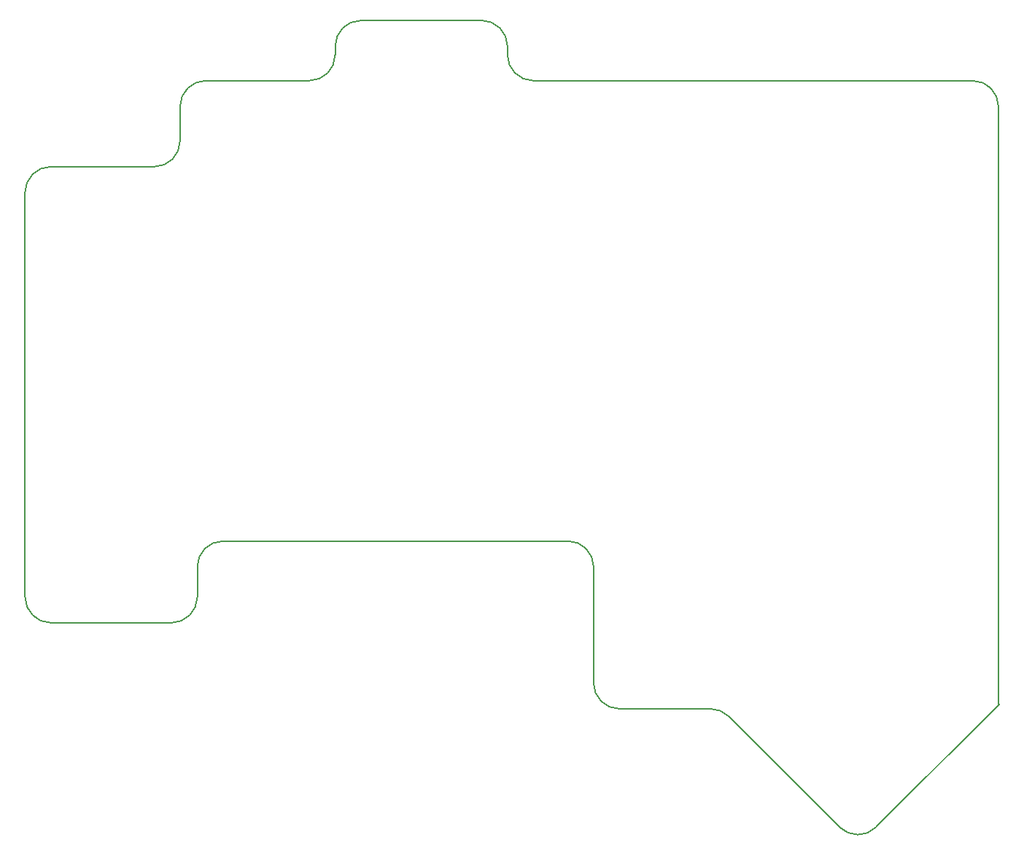
<source format=gbr>
%TF.GenerationSoftware,KiCad,Pcbnew,6.0.4*%
%TF.CreationDate,2022-04-03T20:08:53+02:00*%
%TF.ProjectId,lbd,6c62642e-6b69-4636-9164-5f7063625858,v1.0.0*%
%TF.SameCoordinates,Original*%
%TF.FileFunction,Profile,NP*%
%FSLAX46Y46*%
G04 Gerber Fmt 4.6, Leading zero omitted, Abs format (unit mm)*
G04 Created by KiCad (PCBNEW 6.0.4) date 2022-04-03 20:08:53*
%MOMM*%
%LPD*%
G01*
G04 APERTURE LIST*
%TA.AperFunction,Profile*%
%ADD10C,0.150000*%
%TD*%
G04 APERTURE END LIST*
D10*
X204850000Y-61350000D02*
G75*
G03*
X201850000Y-58350000I-3000000J0D01*
G01*
X112850000Y-58350000D02*
X124850000Y-58350000D01*
X111850000Y-114850000D02*
X111850000Y-118350000D01*
X157850000Y-114850000D02*
G75*
G03*
X154850000Y-111850000I-3000000J0D01*
G01*
X130850000Y-51350000D02*
X144850000Y-51350000D01*
X106850000Y-68350000D02*
G75*
G03*
X109850000Y-65350000I0J3000000D01*
G01*
X147850000Y-54350000D02*
G75*
G03*
X144850000Y-51350000I-3000000J0D01*
G01*
X109850000Y-65350000D02*
X109850000Y-61350000D01*
X130850000Y-51350000D02*
G75*
G03*
X127850000Y-54350000I0J-3000000D01*
G01*
X124850000Y-58350000D02*
G75*
G03*
X127850000Y-55350000I0J3000000D01*
G01*
X147850000Y-55350000D02*
G75*
G03*
X150850000Y-58350000I3000000J0D01*
G01*
X173523104Y-132228664D02*
G75*
G03*
X171401768Y-131350000I-2121304J-2121336D01*
G01*
X157850000Y-128350000D02*
G75*
G03*
X160850000Y-131350000I3000000J0D01*
G01*
X91850000Y-118350000D02*
G75*
G03*
X94850000Y-121350000I3000000J0D01*
G01*
X147850000Y-54350000D02*
X147850000Y-55350000D01*
X160850000Y-131350000D02*
X171401768Y-131350000D01*
X150850000Y-58350000D02*
X201850000Y-58350000D01*
X190642179Y-145105130D02*
X204925736Y-130821573D01*
X173523088Y-132228680D02*
X186399538Y-145105130D01*
X127850000Y-55350000D02*
X127850000Y-54350000D01*
X114850000Y-111850000D02*
X154850000Y-111850000D01*
X94850000Y-121350000D02*
X108850000Y-121350000D01*
X114850000Y-111850000D02*
G75*
G03*
X111850000Y-114850000I0J-3000000D01*
G01*
X94850000Y-68350000D02*
G75*
G03*
X91850000Y-71350000I0J-3000000D01*
G01*
X108850000Y-121350000D02*
G75*
G03*
X111850000Y-118350000I0J3000000D01*
G01*
X157850000Y-128350000D02*
X157850000Y-114850000D01*
X112850000Y-58350000D02*
G75*
G03*
X109850000Y-61350000I0J-3000000D01*
G01*
X186399579Y-145105089D02*
G75*
G03*
X190642179Y-145105131I2121321J2121289D01*
G01*
X204850000Y-130745837D02*
X204850000Y-61350000D01*
X204850000Y-130745837D02*
X204925736Y-130821573D01*
X91850000Y-118350000D02*
X91850000Y-71350000D01*
X94850000Y-68350000D02*
X106850000Y-68350000D01*
M02*

</source>
